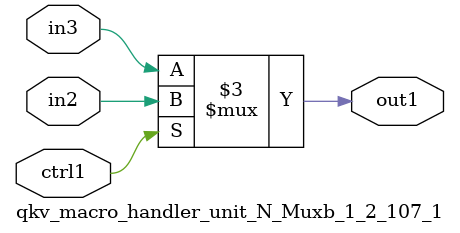
<source format=v>

`timescale 1ps / 1ps


module qkv_macro_handler_unit_N_Muxb_1_2_107_1( in3, in2, ctrl1, out1 );

    input in3;
    input in2;
    input ctrl1;
    output out1;
    reg out1;

    
    // rtl_process:qkv_macro_handler_unit_N_Muxb_1_2_107_1/qkv_macro_handler_unit_N_Muxb_1_2_107_1_thread_1
    always @*
      begin : qkv_macro_handler_unit_N_Muxb_1_2_107_1_thread_1
        case (ctrl1) 
          1'b1: 
            begin
              out1 = in2;
            end
          default: 
            begin
              out1 = in3;
            end
        endcase
      end

endmodule


</source>
